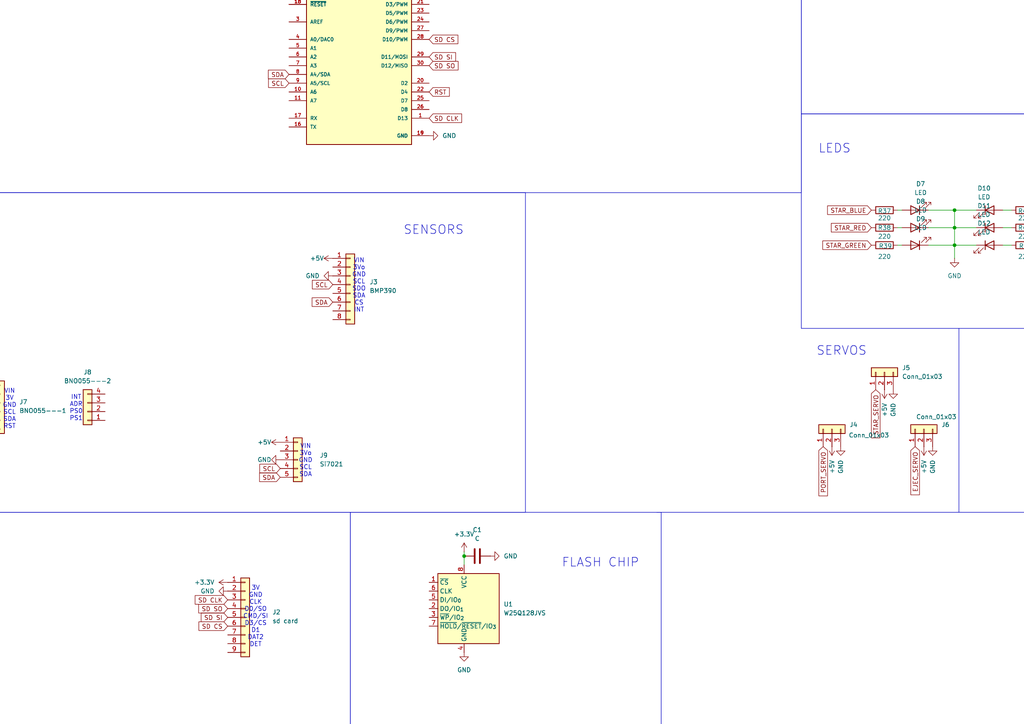
<source format=kicad_sch>
(kicad_sch (version 20250114) (generator "eeschema") (generator_version "9.0")
  (paper "A4")
  (lib_symbols
    (symbol "ABX00028:ABX00028" (pin_names (offset 1.016))
      (property "Reference" "U" (at -15.24 26.289 0))
      (property "Value" "ABX00028" (at -15.24 -30.48 0))
      (symbol "ABX00028_0_0"
        (rectangle (start -15.24 -27.94) (end 15.24 25.4) (stroke (width 0.254)) (fill (type background)))
        (pin input line (at -20.32 12.7 0) (length 5.08) (name "~{RESET}") (number "13"))
        (pin input line (at -20.32 12.7 0) (length 5.08) (name "~{RESET}") (number "18"))
        (pin bidirectional line (at -20.32 7.62 0) (length 5.08) (name "AREF") (number "3"))
        (pin bidirectional line (at -20.32 2.54 0) (length 5.08) (name "A0/DAC0") (number "4"))
        (pin bidirectional line (at -20.32 0 0) (length 5.08) (name "A1") (number "5"))
        (pin bidirectional line (at -20.32 -2.54 0) (length 5.08) (name "A2") (number "6"))
        (pin bidirectional line (at -20.32 -5.08 0) (length 5.08) (name "A3") (number "7"))
        (pin bidirectional line (at -20.32 -7.62 0) (length 5.08) (name "A4/SDA") (number "8"))
        (pin bidirectional line (at -20.32 -10.16 0) (length 5.08) (name "A5/SCL") (number "9"))
        (pin bidirectional line (at -20.32 -12.7 0) (length 5.08) (name "A6") (number "10"))
        (pin bidirectional line (at -20.32 -15.24 0) (length 5.08) (name "A7") (number "11"))
        (pin bidirectional line (at -20.32 -20.32 0) (length 5.08) (name "RX") (number "17"))
        (pin bidirectional line (at -20.32 -22.86 0) (length 5.08) (name "TX") (number "16"))
        (pin power_in line (at 20.32 22.86 180) (length 5.08) (name "VIN") (number "15"))
        (pin power_in line (at 20.32 20.32 180) (length 5.08) (name "+3V3") (number "2"))
        (pin power_in line (at 20.32 17.78 180) (length 5.08) (name "+5V") (number "12"))
        (pin bidirectional line (at 20.32 12.7 180) (length 5.08) (name "D3/PWM") (number "21"))
        (pin bidirectional line (at 20.32 10.16 180) (length 5.08) (name "D5/PWM") (number "23"))
        (pin bidirectional line (at 20.32 7.62 180) (length 5.08) (name "D6/PWM") (number "24"))
        (pin bidirectional line (at 20.32 5.08 180) (length 5.08) (name "D9/PWM") (number "27"))
        (pin bidirectional line (at 20.32 2.54 180) (length 5.08) (name "D10/PWM") (number "28"))
        (pin bidirectional line (at 20.32 -2.54 180) (length 5.08) (name "D11/MOSI") (number "29"))
        (pin bidirectional line (at 20.32 -5.08 180) (length 5.08) (name "D12/MISO") (number "30"))
        (pin bidirectional line (at 20.32 -10.16 180) (length 5.08) (name "D2") (number "20"))
        (pin bidirectional line (at 20.32 -12.7 180) (length 5.08) (name "D4") (number "22"))
        (pin bidirectional line (at 20.32 -15.24 180) (length 5.08) (name "D7") (number "25"))
        (pin bidirectional line (at 20.32 -17.78 180) (length 5.08) (name "D8") (number "26"))
        (pin bidirectional line (at 20.32 -20.32 180) (length 5.08) (name "D13") (number "1"))
        (pin power_in line (at 20.32 -25.4 180) (length 5.08) (name "GND") (number "14"))
        (pin power_in line (at 20.32 -25.4 180) (length 5.08) (name "GND") (number "19"))
      )
    )
    (symbol "Connector_Generic:Conn_01x02" (pin_names (offset 1.016) (hide yes))
      (property "Reference" "J" (at 0 2.54 0))
      (property "Value" "Conn_01x02" (at 0 -5.08 0))
      (symbol "Conn_01x02_1_1"
        (rectangle (start -1.27 1.27) (end 1.27 -3.81) (stroke (width 0.254)) (fill (type background)))
        (rectangle (start -1.27 0.127) (end 0 -0.127) (stroke (width 0.1524)))
        (rectangle (start -1.27 -2.413) (end 0 -2.667) (stroke (width 0.1524)))
        (pin passive line (at -5.08 0 0) (length 3.81) (name "Pin_1") (number "1"))
        (pin passive line (at -5.08 -2.54 0) (length 3.81) (name "Pin_2") (number "2"))
      )
    )
    (symbol "Connector_Generic:Conn_01x03" (pin_names (offset 1.016) (hide yes))
      (property "Reference" "J" (at 0 5.08 0))
      (property "Value" "Conn_01x03" (at 0 -5.08 0))
      (symbol "Conn_01x03_1_1"
        (rectangle (start -1.27 3.81) (end 1.27 -3.81) (stroke (width 0.254)) (fill (type background)))
        (rectangle (start -1.27 2.667) (end 0 2.413) (stroke (width 0.1524)))
        (rectangle (start -1.27 0.127) (end 0 -0.127) (stroke (width 0.1524)))
        (rectangle (start -1.27 -2.413) (end 0 -2.667) (stroke (width 0.1524)))
        (pin passive line (at -5.08 2.54 0) (length 3.81) (name "Pin_1") (number "1"))
        (pin passive line (at -5.08 0 0) (length 3.81) (name "Pin_2") (number "2"))
        (pin passive line (at -5.08 -2.54 0) (length 3.81) (name "Pin_3") (number "3"))
      )
    )
    (symbol "Connector_Generic:Conn_01x04" (pin_names (offset 1.016) (hide yes))
      (property "Reference" "J" (at 0 5.08 0))
      (property "Value" "Conn_01x04" (at 0 -7.62 0))
      (symbol "Conn_01x04_1_1"
        (rectangle (start -1.27 3.81) (end 1.27 -6.35) (stroke (width 0.254)) (fill (type background)))
        (rectangle (start -1.27 2.667) (end 0 2.413) (stroke (width 0.1524)))
        (rectangle (start -1.27 0.127) (end 0 -0.127) (stroke (width 0.1524)))
        (rectangle (start -1.27 -2.413) (end 0 -2.667) (stroke (width 0.1524)))
        (rectangle (start -1.27 -4.953) (end 0 -5.207) (stroke (width 0.1524)))
        (pin passive line (at -5.08 2.54 0) (length 3.81) (name "Pin_1") (number "1"))
        (pin passive line (at -5.08 0 0) (length 3.81) (name "Pin_2") (number "2"))
        (pin passive line (at -5.08 -2.54 0) (length 3.81) (name "Pin_3") (number "3"))
        (pin passive line (at -5.08 -5.08 0) (length 3.81) (name "Pin_4") (number "4"))
      )
    )
    (symbol "Connector_Generic:Conn_01x05" (pin_names (offset 1.016) (hide yes))
      (property "Reference" "J" (at 0 7.62 0))
      (property "Value" "Conn_01x05" (at 0 -7.62 0))
      (symbol "Conn_01x05_1_1"
        (rectangle (start -1.27 6.35) (end 1.27 -6.35) (stroke (width 0.254)) (fill (type background)))
        (rectangle (start -1.27 5.207) (end 0 4.953) (stroke (width 0.1524)))
        (rectangle (start -1.27 2.667) (end 0 2.413) (stroke (width 0.1524)))
        (rectangle (start -1.27 0.127) (end 0 -0.127) (stroke (width 0.1524)))
        (rectangle (start -1.27 -2.413) (end 0 -2.667) (stroke (width 0.1524)))
        (rectangle (start -1.27 -4.953) (end 0 -5.207) (stroke (width 0.1524)))
        (pin passive line (at -5.08 5.08 0) (length 3.81) (name "Pin_1") (number "1"))
        (pin passive line (at -5.08 2.54 0) (length 3.81) (name "Pin_2") (number "2"))
        (pin passive line (at -5.08 0 0) (length 3.81) (name "Pin_3") (number "3"))
        (pin passive line (at -5.08 -2.54 0) (length 3.81) (name "Pin_4") (number "4"))
        (pin passive line (at -5.08 -5.08 0) (length 3.81) (name "Pin_5") (number "5"))
      )
    )
    (symbol "Connector_Generic:Conn_01x06" (pin_names (offset 1.016) (hide yes))
      (property "Reference" "J" (at 0 7.62 0))
      (property "Value" "Conn_01x06" (at 0 -10.16 0))
      (symbol "Conn_01x06_1_1"
        (rectangle (start -1.27 6.35) (end 1.27 -8.89) (stroke (width 0.254)) (fill (type background)))
        (rectangle (start -1.27 5.207) (end 0 4.953) (stroke (width 0.1524)))
        (rectangle (start -1.27 2.667) (end 0 2.413) (stroke (width 0.1524)))
        (rectangle (start -1.27 0.127) (end 0 -0.127) (stroke (width 0.1524)))
        (rectangle (start -1.27 -2.413) (end 0 -2.667) (stroke (width 0.1524)))
        (rectangle (start -1.27 -4.953) (end 0 -5.207) (stroke (width 0.1524)))
        (rectangle (start -1.27 -7.493) (end 0 -7.747) (stroke (width 0.1524)))
        (pin passive line (at -5.08 5.08 0) (length 3.81) (name "Pin_1") (number "1"))
        (pin passive line (at -5.08 2.54 0) (length 3.81) (name "Pin_2") (number "2"))
        (pin passive line (at -5.08 0 0) (length 3.81) (name "Pin_3") (number "3"))
        (pin passive line (at -5.08 -2.54 0) (length 3.81) (name "Pin_4") (number "4"))
        (pin passive line (at -5.08 -5.08 0) (length 3.81) (name "Pin_5") (number "5"))
        (pin passive line (at -5.08 -7.62 0) (length 3.81) (name "Pin_6") (number "6"))
      )
    )
    (symbol "Connector_Generic:Conn_01x08" (pin_names (offset 1.016) (hide yes))
      (property "Reference" "J" (at 0 10.16 0))
      (property "Value" "Conn_01x08" (at 0 -12.7 0))
      (symbol "Conn_01x08_1_1"
        (rectangle (start -1.27 8.89) (end 1.27 -11.43) (stroke (width 0.254)) (fill (type background)))
        (rectangle (start -1.27 7.747) (end 0 7.493) (stroke (width 0.1524)))
        (rectangle (start -1.27 5.207) (end 0 4.953) (stroke (width 0.1524)))
        (rectangle (start -1.27 2.667) (end 0 2.413) (stroke (width 0.1524)))
        (rectangle (start -1.27 0.127) (end 0 -0.127) (stroke (width 0.1524)))
        (rectangle (start -1.27 -2.413) (end 0 -2.667) (stroke (width 0.1524)))
        (rectangle (start -1.27 -4.953) (end 0 -5.207) (stroke (width 0.1524)))
        (rectangle (start -1.27 -7.493) (end 0 -7.747) (stroke (width 0.1524)))
        (rectangle (start -1.27 -10.033) (end 0 -10.287) (stroke (width 0.1524)))
        (pin passive line (at -5.08 7.62 0) (length 3.81) (name "Pin_1") (number "1"))
        (pin passive line (at -5.08 5.08 0) (length 3.81) (name "Pin_2") (number "2"))
        (pin passive line (at -5.08 2.54 0) (length 3.81) (name "Pin_3") (number "3"))
        (pin passive line (at -5.08 0 0) (length 3.81) (name "Pin_4") (number "4"))
        (pin passive line (at -5.08 -2.54 0) (length 3.81) (name "Pin_5") (number "5"))
        (pin passive line (at -5.08 -5.08 0) (length 3.81) (name "Pin_6") (number "6"))
        (pin passive line (at -5.08 -7.62 0) (length 3.81) (name "Pin_7") (number "7"))
        (pin passive line (at -5.08 -10.16 0) (length 3.81) (name "Pin_8") (number "8"))
      )
    )
    (symbol "Connector_Generic:Conn_01x09" (pin_names (offset 1.016) (hide yes))
      (property "Reference" "J" (at 0 12.7 0))
      (property "Value" "Conn_01x09" (at 0 -12.7 0))
      (symbol "Conn_01x09_1_1"
        (rectangle (start -1.27 11.43) (end 1.27 -11.43) (stroke (width 0.254)) (fill (type background)))
        (rectangle (start -1.27 10.287) (end 0 10.033) (stroke (width 0.1524)))
        (rectangle (start -1.27 7.747) (end 0 7.493) (stroke (width 0.1524)))
        (rectangle (start -1.27 5.207) (end 0 4.953) (stroke (width 0.1524)))
        (rectangle (start -1.27 2.667) (end 0 2.413) (stroke (width 0.1524)))
        (rectangle (start -1.27 0.127) (end 0 -0.127) (stroke (width 0.1524)))
        (rectangle (start -1.27 -2.413) (end 0 -2.667) (stroke (width 0.1524)))
        (rectangle (start -1.27 -4.953) (end 0 -5.207) (stroke (width 0.1524)))
        (rectangle (start -1.27 -7.493) (end 0 -7.747) (stroke (width 0.1524)))
        (rectangle (start -1.27 -10.033) (end 0 -10.287) (stroke (width 0.1524)))
        (pin passive line (at -5.08 10.16 0) (length 3.81) (name "Pin_1") (number "1"))
        (pin passive line (at -5.08 7.62 0) (length 3.81) (name "Pin_2") (number "2"))
        (pin passive line (at -5.08 5.08 0) (length 3.81) (name "Pin_3") (number "3"))
        (pin passive line (at -5.08 2.54 0) (length 3.81) (name "Pin_4") (number "4"))
        (pin passive line (at -5.08 0 0) (length 3.81) (name "Pin_5") (number "5"))
        (pin passive line (at -5.08 -2.54 0) (length 3.81) (name "Pin_6") (number "6"))
        (pin passive line (at -5.08 -5.08 0) (length 3.81) (name "Pin_7") (number "7"))
        (pin passive line (at -5.08 -7.62 0) (length 3.81) (name "Pin_8") (number "8"))
        (pin passive line (at -5.08 -10.16 0) (length 3.81) (name "Pin_9") (number "9"))
      )
    )
    (symbol "Device:Buzzer" (pin_names (offset 0.0254) (hide yes))
      (property "Reference" "BZ" (at 3.81 1.27 0))
      (property "Value" "Buzzer" (at 3.81 -1.27 0))
      (symbol "Buzzer_0_1"
        (polyline (pts (xy -1.651 1.905) (xy -1.143 1.905)))
        (polyline (pts (xy -1.397 2.159) (xy -1.397 1.651)))
        (arc (start 0 3.175) (mid 3.1612 0) (end 0 -3.175))
        (polyline (pts (xy 0 3.175) (xy 0 -3.175)))
      )
      (symbol "Buzzer_1_1"
        (pin passive line (at -2.54 2.54 0) (length 2.54) (name "+") (number "1"))
        (pin passive line (at -2.54 -2.54 0) (length 2.54) (name "-") (number "2"))
      )
    )
    (symbol "Device:C" (pin_numbers (hide yes)) (pin_names (offset 0.254))
      (property "Reference" "C" (at 0.635 2.54 0))
      (property "Value" "C" (at 0.635 -2.54 0))
      (symbol "C_0_1"
        (polyline (pts (xy -2.032 0.762) (xy 2.032 0.762)) (stroke (width 0.508)))
        (polyline (pts (xy -2.032 -0.762) (xy 2.032 -0.762)) (stroke (width 0.508)))
      )
      (symbol "C_1_1"
        (pin passive line (at 0 3.81 270) (length 2.794) (name "~") (number "1"))
        (pin passive line (at 0 -3.81 90) (length 2.794) (name "~") (number "2"))
      )
    )
    (symbol "Device:LED" (pin_numbers (hide yes)) (pin_names (offset 1.016) (hide yes))
      (property "Reference" "D" (at 0 2.54 0))
      (property "Value" "LED" (at 0 -2.54 0))
      (symbol "LED_0_1"
        (polyline (pts (xy -3.048 -0.762) (xy -4.572 -2.286) (xy -3.81 -2.286) (xy -4.572 -2.286) (xy -4.572 -1.524)))
        (polyline (pts (xy -1.778 -0.762) (xy -3.302 -2.286) (xy -2.54 -2.286) (xy -3.302 -2.286) (xy -3.302 -1.524)))
        (polyline (pts (xy -1.27 0) (xy 1.27 0)))
        (polyline (pts (xy -1.27 -1.27) (xy -1.27 1.27)) (stroke (width 0.254)))
        (polyline (pts (xy 1.27 -1.27) (xy 1.27 1.27) (xy -1.27 0) (xy 1.27 -1.27)) (stroke (width 0.254)))
      )
      (symbol "LED_1_1"
        (pin passive line (at -3.81 0 0) (length 2.54) (name "K") (number "1"))
        (pin passive line (at 3.81 0 180) (length 2.54) (name "A") (number "2"))
      )
    )
    (symbol "Device:R" (pin_numbers (hide yes)) (pin_names (offset 0))
      (property "Reference" "R" (at 2.032 0 90))
      (property "Value" "R" (at 0 0 90))
      (symbol "R_0_1"
        (rectangle (start -1.016 -2.54) (end 1.016 2.54) (stroke (width 0.254)))
      )
      (symbol "R_1_1"
        (pin passive line (at 0 3.81 270) (length 1.27) (name "~") (number "1"))
        (pin passive line (at 0 -3.81 90) (length 1.27) (name "~") (number "2"))
      )
    )
    (symbol "Memory_Flash:W25Q128JVS"
      (property "Reference" "U" (at -6.35 11.43 0))
      (property "Value" "W25Q128JVS" (at 7.62 11.43 0))
      (symbol "W25Q128JVS_0_1"
        (rectangle (start -7.62 10.16) (end 10.16 -10.16) (stroke (width 0.254)) (fill (type background)))
      )
      (symbol "W25Q128JVS_1_1"
        (pin input line (at -10.16 7.62 0) (length 2.54) (name "~{CS}") (number "1"))
        (pin input line (at -10.16 5.08 0) (length 2.54) (name "CLK") (number "6"))
        (pin bidirectional line (at -10.16 2.54 0) (length 2.54) (name "DI/IO_{0}") (number "5"))
        (pin bidirectional line (at -10.16 0 0) (length 2.54) (name "DO/IO_{1}") (number "2"))
        (pin bidirectional line (at -10.16 -2.54 0) (length 2.54) (name "~{WP}/IO_{2}") (number "3"))
        (pin bidirectional line (at -10.16 -5.08 0) (length 2.54) (name "~{HOLD}/~{RESET}/IO_{3}") (number "7"))
        (pin power_in line (at 0 12.7 270) (length 2.54) (name "VCC") (number "8"))
        (pin power_in line (at 0 -12.7 90) (length 2.54) (name "GND") (number "4"))
      )
    )
    (symbol "Transistor_FET:BSS138" (pin_names (hide yes))
      (property "Reference" "Q" (at 5.08 1.905 0))
      (property "Value" "BSS138" (at 5.08 0 0))
      (symbol "BSS138_0_1"
        (polyline (pts (xy 0.254 1.905) (xy 0.254 -1.905)) (stroke (width 0.254)))
        (polyline (pts (xy 0.254 0) (xy -2.54 0)))
        (polyline (pts (xy 0.762 2.286) (xy 0.762 1.27)) (stroke (width 0.254)))
        (polyline (pts (xy 0.762 0.508) (xy 0.762 -0.508)) (stroke (width 0.254)))
        (polyline (pts (xy 0.762 -1.27) (xy 0.762 -2.286)) (stroke (width 0.254)))
        (polyline (pts (xy 0.762 -1.778) (xy 3.302 -1.778) (xy 3.302 1.778) (xy 0.762 1.778)))
        (polyline (pts (xy 1.016 0) (xy 2.032 0.381) (xy 2.032 -0.381) (xy 1.016 0)) (fill (type outline)))
        (circle (center 1.651 0) (radius 2.794) (stroke (width 0.254)))
        (polyline (pts (xy 2.54 2.54) (xy 2.54 1.778)))
        (circle (center 2.54 1.778) (radius 0.254) (fill (type outline)))
        (circle (center 2.54 -1.778) (radius 0.254) (fill (type outline)))
        (polyline (pts (xy 2.54 -2.54) (xy 2.54 0) (xy 0.762 0)))
        (polyline (pts (xy 2.794 0.508) (xy 2.921 0.381) (xy 3.683 0.381) (xy 3.81 0.254)))
        (polyline (pts (xy 3.302 0.381) (xy 2.921 -0.254) (xy 3.683 -0.254) (xy 3.302 0.381)))
      )
      (symbol "BSS138_1_1"
        (pin input line (at -5.08 0 0) (length 2.54) (name "G") (number "1"))
        (pin passive line (at 2.54 5.08 270) (length 2.54) (name "D") (number "3"))
        (pin passive line (at 2.54 -5.08 90) (length 2.54) (name "S") (number "2"))
      )
    )
    (symbol "power:+3.3V" (power) (pin_numbers (hide yes)) (pin_names (offset 0) (hide yes))
      (property "Value" "+3.3V" (at 0 3.556 0))
      (symbol "+3.3V_0_1"
        (polyline (pts (xy -0.762 1.27) (xy 0 2.54)))
        (polyline (pts (xy 0 2.54) (xy 0.762 1.27)))
        (polyline (pts (xy 0 0) (xy 0 2.54)))
      )
      (symbol "+3.3V_1_1"
        (pin power_in line (at 0 0 90) (length 0) (name "~") (number "1"))
      )
    )
    (symbol "power:+5V" (power) (pin_numbers (hide yes)) (pin_names (offset 0) (hide yes))
      (property "Value" "+5V" (at 0 3.556 0))
      (symbol "+5V_0_1"
        (polyline (pts (xy -0.762 1.27) (xy 0 2.54)))
        (polyline (pts (xy 0 2.54) (xy 0.762 1.27)))
        (polyline (pts (xy 0 0) (xy 0 2.54)))
      )
      (symbol "+5V_1_1"
        (pin power_in line (at 0 0 90) (length 0) (name "~") (number "1"))
      )
    )
    (symbol "power:GND" (power) (pin_numbers (hide yes)) (pin_names (offset 0) (hide yes))
      (property "Value" "GND" (at 0 -3.81 0))
      (symbol "GND_0_1"
        (polyline (pts (xy 0 0) (xy 0 -1.27) (xy 1.27 -1.27) (xy 0 -2.54) (xy -1.27 -1.27) (xy 0 -1.27)))
      )
      (symbol "GND_1_1"
        (pin power_in line (at 0 0 270) (length 0) (name "~") (number "1"))
      )
    )
  )
  (rectangle (start -24.765 -31.115) (end 232.41 55.88))
  (rectangle (start 232.41 -30.48) (end 381.635 33.02))
  (rectangle (start 101.6 148.59) (end 191.77 222.25))
  (rectangle (start 232.41 33.02) (end 323.85 95.25))
  (rectangle (start -24.13 55.88) (end 152.4 148.59))
  (rectangle (start -24.13 148.59) (end 101.6 222.885))
  (text "SENSORS " (at 126.746 66.802 0) (effects (font (size 2.54 2.54))))
  (text "VIN\n3Vo\nGND\nSCL\nSDA" (at 88.646 133.604 0) (effects (font (size 1.27 1.27))))
  (text "BUZZER\n" (at 334.518 43.942 0) (effects (font (size 2.54 2.54))))
  (text "SERVOS\n" (at 244.094 101.854 0) (effects (font (size 2.54 2.54))))
  (text "3V\nGND\nCLK\nD0/SO\nCMD/SI\nD3/CS\nD1\nDAT2\nDET" (at 74.168 178.816 0) (effects (font (size 1.27 1.27))))
  (text "FLASH CHIP\n" (at 174.1747 163.2633 0) (effects (font (size 2.54 2.54))))
  (text "VIN\n3V\nGND\nSCL\nSDA\nRST" (at 2.794 118.618 0) (effects (font (size 1.27 1.27))))
  (text "VIN\n3Vo\nGND\nSCL\nSDO\nSDA\nCS\nINT" (at 104.14 82.804 0) (effects (font (size 1.27 1.27))))
  (text "INT\nADR\nPS0\nPS1" (at 22.098 118.364 0) (effects (font (size 1.27 1.27))))
  (text "LEDS\n" (at 242.062 43.18 0) (effects (font (size 2.54 2.54))))
  (junction (at 345.44 58.42))
  (junction (at 276.86 71.12))
  (junction (at 276.86 60.96))
  (junction (at 276.86 66.04))
  (junction (at 134.62 161.29))
  (junction (at 133.35 -3.81))
  (wire (pts (xy 260.35 66.04) (xy 261.62 66.04)))
  (wire (pts (xy 345.44 68.58) (xy 345.44 72.39)))
  (wire (pts (xy 290.83 66.04) (xy 293.37 66.04)))
  (wire (pts (xy 269.24 60.96) (xy 276.86 60.96)))
  (wire (pts (xy 133.35 -20.32) (xy 133.35 -3.81)))
  (wire (pts (xy 345.44 58.42) (xy 345.44 60.96)))
  (wire (pts (xy 349.25 53.34) (xy 349.25 54.61)))
  (wire (pts (xy 260.35 60.96) (xy 261.62 60.96)))
  (wire (pts (xy 124.46 -3.81) (xy 133.35 -3.81)))
  (wire (pts (xy 276.86 60.96) (xy 283.21 60.96)))
  (wire (pts (xy 134.62 161.29) (xy 134.62 163.83)))
  (polyline (pts (xy 190.5 148.59) (xy 382.27 148.59)))
  (wire (pts (xy 269.24 71.12) (xy 276.86 71.12)))
  (wire (pts (xy 269.24 66.04) (xy 276.86 66.04)))
  (wire (pts (xy 260.35 71.12) (xy 261.62 71.12)))
  (wire (pts (xy 342.9 58.42) (xy 345.44 58.42)))
  (wire (pts (xy 276.86 74.93) (xy 276.86 71.12)))
  (wire (pts (xy 290.83 60.96) (xy 293.37 60.96)))
  (wire (pts (xy 290.83 71.12) (xy 293.37 71.12)))
  (polyline (pts (xy 278.13 148.59) (xy 278.13 95.25)))
  (wire (pts (xy 276.86 71.12) (xy 276.86 66.04)))
  (wire (pts (xy 276.86 71.12) (xy 283.21 71.12)))
  (wire (pts (xy 276.86 66.04) (xy 276.86 60.96)))
  (wire (pts (xy 345.44 58.42) (xy 346.71 58.42)))
  (wire (pts (xy 276.86 66.04) (xy 283.21 66.04)))
  (wire (pts (xy 134.62 160.02) (xy 134.62 161.29)))
  (global_label "EJEC_SERVO" (shape input) (at 265.43 129.54 270) (property "Intersheetrefs" "${INTERSHEET_REFS}" (effects (hide yes))))
  (global_label "SDA" (shape input) (at 81.28 138.43 180) (property "Intersheetrefs" "${INTERSHEET_REFS}" (effects (hide yes))))
  (global_label "BUZZER" (shape input) (at 342.9 58.42 180) (property "Intersheetrefs" "${INTERSHEET_REFS}" (effects (hide yes))))
  (global_label "SD SI" (shape input) (at 124.46 16.51 0) (property "Intersheetrefs" "${INTERSHEET_REFS}" (effects (hide yes))))
  (global_label "SDA" (shape input) (at 96.52 87.63 180) (property "Intersheetrefs" "${INTERSHEET_REFS}" (effects (hide yes))))
  (global_label "SD CLK" (shape input) (at 124.46 34.29 0) (property "Intersheetrefs" "${INTERSHEET_REFS}" (effects (hide yes))))
  (global_label "STAR_BLUE" (shape input) (at 252.73 60.96 180) (property "Intersheetrefs" "${INTERSHEET_REFS}" (effects (hide yes))))
  (global_label "SCL" (shape input) (at -5.08 119.38 180) (property "Intersheetrefs" "${INTERSHEET_REFS}" (effects (hide yes))))
  (global_label "SDA" (shape input) (at 83.82 21.59 180) (property "Intersheetrefs" "${INTERSHEET_REFS}" (effects (hide yes))))
  (global_label "SCL" (shape input) (at 83.82 24.13 180) (property "Intersheetrefs" "${INTERSHEET_REFS}" (effects (hide yes))))
  (global_label "PORT_BLUE" (shape input) (at 300.99 60.96 0) (property "Intersheetrefs" "${INTERSHEET_REFS}" (effects (hide yes))))
  (global_label "RST" (shape input) (at 124.46 26.67 0) (property "Intersheetrefs" "${INTERSHEET_REFS}" (effects (hide yes))))
  (global_label "SD CS" (shape input) (at 124.46 11.43 0) (property "Intersheetrefs" "${INTERSHEET_REFS}" (effects (hide yes))))
  (global_label "SD SO" (shape input) (at 124.46 19.05 0) (property "Intersheetrefs" "${INTERSHEET_REFS}" (effects (hide yes))))
  (global_label "SD SI" (shape input) (at 66.04 179.07 180) (property "Intersheetrefs" "${INTERSHEET_REFS}" (effects (hide yes))))
  (global_label "SCL" (shape input) (at 96.52 82.55 180) (property "Intersheetrefs" "${INTERSHEET_REFS}" (effects (hide yes))))
  (global_label "SD SO" (shape input) (at 66.04 176.53 180) (property "Intersheetrefs" "${INTERSHEET_REFS}" (effects (hide yes))))
  (global_label "SD CS" (shape input) (at 66.04 181.61 180) (property "Intersheetrefs" "${INTERSHEET_REFS}" (effects (hide yes))))
  (global_label "RST" (shape input) (at -5.08 124.46 180) (property "Intersheetrefs" "${INTERSHEET_REFS}" (effects (hide yes))))
  (global_label "SCL" (shape input) (at 81.28 135.89 180) (property "Intersheetrefs" "${INTERSHEET_REFS}" (effects (hide yes))))
  (global_label "STAR_SERVO" (shape input) (at 254 113.03 270) (property "Intersheetrefs" "${INTERSHEET_REFS}" (effects (hide yes))))
  (global_label "PORT_SERVO" (shape input) (at 238.76 129.54 270) (property "Intersheetrefs" "${INTERSHEET_REFS}" (effects (hide yes))))
  (global_label "SD CLK" (shape input) (at 66.04 173.99 180) (property "Intersheetrefs" "${INTERSHEET_REFS}" (effects (hide yes))))
  (global_label "PORT_GREEN" (shape input) (at 300.99 71.12 0) (property "Intersheetrefs" "${INTERSHEET_REFS}" (effects (hide yes))))
  (global_label "PORT_RED" (shape input) (at 300.99 66.04 0) (property "Intersheetrefs" "${INTERSHEET_REFS}" (effects (hide yes))))
  (global_label "STAR_RED" (shape input) (at 252.73 66.04 180) (property "Intersheetrefs" "${INTERSHEET_REFS}" (effects (hide yes))))
  (global_label "SDA" (shape input) (at -5.08 121.92 180) (property "Intersheetrefs" "${INTERSHEET_REFS}" (effects (hide yes))))
  (global_label "STAR_GREEN" (shape input) (at 252.73 71.12 180) (property "Intersheetrefs" "${INTERSHEET_REFS}" (effects (hide yes))))
  (symbol (lib_id "power:GND") (at 81.28 133.35 270) (unit 1)
    (property "Reference" "#PWR09" (effects (hide yes)))
    (property "Value" "GND" (at 78.74 133.3499 90) (effects (justify right)))
    (property "Description" "Power symbol creates a global label with name \"GND\" , ground" (effects (hide yes)))
  )
  (symbol (lib_id "power:GND") (at 354.33 63.5 0) (unit 1)
    (property "Reference" "#PWR070" (effects (hide yes)))
    (property "Value" "GND" (at 354.33 68.58 0))
    (property "Description" "Power symbol creates a global label with name \"GND\" , ground" (effects (hide yes)))
  )
  (symbol (lib_id "power:+3.3V") (at 134.62 160.02 0) (unit 1)
    (property "Reference" "#PWR012" (effects (hide yes)))
    (property "Value" "+3.3V" (at 134.62 154.94 0))
    (property "Description" "Power symbol creates a global label with name \"+3.3V\"" (effects (hide yes)))
  )
  (symbol (lib_id "Device:LED") (at 287.02 66.04 0) (unit 1)
    (property "Reference" "D11" (at 285.4325 59.69 0))
    (property "Value" "LED" (at 285.4325 62.23 0))
    (property "Description" "Light emitting diode" (effects (hide yes)))
    (property "Sim.Pins" "1=K 2=A" (effects (hide yes)))
  )
  (symbol (lib_id "power:+3.3V") (at 124.46 -6.35 270) (unit 1)
    (property "Reference" "#PWR0174" (effects (hide yes)))
    (property "Value" "+3.3V" (at 128.524 -4.572 0))
    (property "Description" "Power symbol creates a global label with name \"+3.3V\"" (effects (hide yes)))
  )
  (symbol (lib_id "power:GND") (at 270.51 129.54 0) (unit 1)
    (property "Reference" "#PWR0117" (effects (hide yes)))
    (property "Value" "GND" (at 270.5101 133.35 90) (effects (justify right)))
    (property "Description" "Power symbol creates a global label with name \"GND\" , ground" (effects (hide yes)))
  )
  (symbol (lib_id "power:GND") (at 66.04 171.45 270) (unit 1)
    (property "Reference" "#PWR010" (effects (hide yes)))
    (property "Value" "GND" (at 62.23 171.4499 90) (effects (justify right)))
    (property "Description" "Power symbol creates a global label with name \"GND\" , ground" (effects (hide yes)))
  )
  (symbol (lib_id "power:+3.3V") (at 349.25 54.61 90) (unit 1)
    (property "Reference" "#PWR02" (effects (hide yes)))
    (property "Value" "+3.3V" (at 345.44 54.6099 90) (effects (justify left)))
    (property "Description" "Power symbol creates a global label with name \"+3.3V\"" (effects (hide yes)))
  )
  (symbol (lib_id "Device:Buzzer") (at 351.79 50.8 90) (unit 1)
    (property "Reference" "BZ1" (at 355.6 48.7748 90) (effects (justify right)))
    (property "Value" "Buzzer" (at 355.6 51.3148 90) (effects (justify right)))
    (property "Footprint" "Buzzer_Beeper:MagneticBuzzer_Kingstate_KCG0601" (effects (hide yes)))
    (property "Description" "Buzzer, polarized" (effects (hide yes)))
  )
  (symbol (lib_id "power:GND") (at -5.08 116.84 270) (unit 1)
    (property "Reference" "#PWR05" (effects (hide yes)))
    (property "Value" "GND" (at -7.62 116.8399 90) (effects (justify right)))
    (property "Description" "Power symbol creates a global label with name \"GND\" , ground" (effects (hide yes)))
  )
  (symbol (lib_id "power:GND") (at 135.89 -20.32 0) (unit 1)
    (property "Reference" "#PWR01" (effects (hide yes)))
    (property "Value" "GND" (at 135.89 -13.97 0))
    (property "Description" "Power symbol creates a global label with name \"GND\" , ground" (effects (hide yes)))
  )
  (symbol (lib_id "Device:R") (at 345.44 64.77 0) (unit 1)
    (property "Reference" "R34" (at 347.98 63.4999 0) (effects (justify left)))
    (property "Value" "2k2" (at 347.98 66.0399 0) (effects (justify left)))
    (property "Footprint" "Resistor_SMD:R_0402_1005Metric" (effects (hide yes)))
    (property "Description" "Resistor" (effects (hide yes)))
  )
  (symbol (lib_id "Device:R") (at 256.54 71.12 90) (unit 1)
    (property "Reference" "R39" (at 256.794 71.374 90))
    (property "Value" "220" (at 256.54 74.422 90))
    (property "Footprint" "Resistor_SMD:R_0402_1005Metric" (effects (hide yes)))
    (property "Description" "Resistor" (effects (hide yes)))
  )
  (symbol (lib_id "Device:LED") (at 287.02 60.96 0) (unit 1)
    (property "Reference" "D10" (at 285.4325 54.61 0))
    (property "Value" "LED" (at 285.4325 57.15 0))
    (property "Description" "Light emitting diode" (effects (hide yes)))
    (property "Sim.Pins" "1=K 2=A" (effects (hide yes)))
  )
  (symbol (lib_id "Device:LED") (at 265.43 60.96 180) (unit 1)
    (property "Reference" "D7" (at 267.0175 53.34 0))
    (property "Value" "LED" (at 267.0175 55.88 0))
    (property "Description" "Light emitting diode" (effects (hide yes)))
    (property "Sim.Pins" "1=K 2=A" (effects (hide yes)))
  )
  (symbol (lib_id "Connector_Generic:Conn_01x08") (at 101.6 82.55 0) (unit 1)
    (property "Reference" "J3" (at 107.188 81.788 0) (effects (justify left)))
    (property "Value" "BMP390" (at 107.188 84.328 0) (effects (justify left)))
    (property "Description" "Generic connector, single row, 01x08, script generated (kicad-library-utils/schlib/autogen/connector/)" (effects (hide yes)))
  )
  (symbol (lib_id "Device:R") (at 297.18 60.96 90) (unit 1)
    (property "Reference" "R40" (at 297.18 61.214 90))
    (property "Value" "220" (at 297.18 63.246 90))
    (property "Footprint" "Resistor_SMD:R_0402_1005Metric" (effects (hide yes)))
    (property "Description" "Resistor" (effects (hide yes)))
  )
  (symbol (lib_id "power:+5V") (at 96.52 74.93 90) (unit 1)
    (property "Reference" "#PWR06" (effects (hide yes)))
    (property "Value" "+5V" (at 93.98 74.9299 90) (effects (justify left)))
    (property "Description" "Power symbol creates a global label with name \"+5V\"" (effects (hide yes)))
  )
  (symbol (lib_id "Connector_Generic:Conn_01x03") (at 256.54 107.95 90) (unit 1)
    (property "Reference" "J5" (at 261.62 106.6799 90) (effects (justify right)))
    (property "Value" "Conn_01x03" (at 261.62 109.2199 90) (effects (justify right)))
    (property "Footprint" "Connector_PinHeader_2.54mm:PinHeader_1x03_P2.54mm_Vertical" (effects (hide yes)))
    (property "Description" "Generic connector, single row, 01x03, script generated (kicad-library-utils/schlib/autogen/connector/)" (effects (hide yes)))
  )
  (symbol (lib_id "power:+5V") (at 256.54 113.03 180) (unit 1)
    (property "Reference" "#PWR0120" (effects (hide yes)))
    (property "Value" "+5V" (at 256.5401 116.84 90) (effects (justify left)))
    (property "Description" "Power symbol creates a global label with name \"+5V\"" (effects (hide yes)))
  )
  (symbol (lib_id "Connector_Generic:Conn_01x02") (at 133.35 -25.4 90) (unit 1)
    (property "Reference" "J1" (at 138.43 -26.6701 90) (effects (justify right)))
    (property "Value" "Conn_01x02" (at 138.43 -24.1301 90) (effects (justify right)))
    (property "Description" "Generic connector, single row, 01x02, script generated (kicad-library-utils/schlib/autogen/connector/)" (effects (hide yes)))
  )
  (symbol (lib_id "power:+5V") (at -5.08 111.76 90) (unit 1)
    (property "Reference" "#PWR04" (effects (hide yes)))
    (property "Value" "+5V" (at -7.62 111.7599 90) (effects (justify left)))
    (property "Description" "Power symbol creates a global label with name \"+5V\"" (effects (hide yes)))
  )
  (symbol (lib_id "power:GND") (at 124.46 39.37 90) (unit 1)
    (property "Reference" "#PWR0148" (effects (hide yes)))
    (property "Value" "GND" (at 128.27 39.3699 90) (effects (justify right)))
    (property "Description" "Power symbol creates a global label with name \"GND\" , ground" (effects (hide yes)))
  )
  (symbol (lib_id "Device:LED") (at 287.02 71.12 0) (unit 1)
    (property "Reference" "D12" (at 285.4325 64.77 0))
    (property "Value" "LED" (at 285.4325 67.31 0))
    (property "Description" "Light emitting diode" (effects (hide yes)))
    (property "Sim.Pins" "1=K 2=A" (effects (hide yes)))
  )
  (symbol (lib_id "Memory_Flash:W25Q128JVS") (at 134.62 176.53 0) (unit 1)
    (property "Reference" "U1" (at 146.05 175.2599 0) (effects (justify left)))
    (property "Value" "W25Q128JVS" (at 146.05 177.7999 0) (effects (justify left)))
    (property "Footprint" "Package_SO:SOIC-8_5.3x5.3mm_P1.27mm" (effects (hide yes)))
    (property "Datasheet" "https://www.winbond.com/resource-files/w25q128jv_dtr%20revc%2003272018%20plus.pdf" (effects (hide yes)))
    (property "Description" "128Mbit / 16MiB Serial Flash Memory, Standard/Dual/Quad SPI, 2.7-3.6V, SOIC-8" (effects (hide yes)))
  )
  (symbol (lib_id "Device:LED") (at 265.43 71.12 180) (unit 1)
    (property "Reference" "D9" (at 267.0175 63.5 0))
    (property "Value" "LED" (at 267.0175 66.04 0))
    (property "Description" "Light emitting diode" (effects (hide yes)))
    (property "Sim.Pins" "1=K 2=A" (effects (hide yes)))
  )
  (symbol (lib_id "Device:R") (at 256.54 66.04 90) (unit 1)
    (property "Reference" "R38" (at 256.54 66.04 90))
    (property "Value" "220" (at 256.54 68.58 90))
    (property "Footprint" "Resistor_SMD:R_0402_1005Metric" (effects (hide yes)))
    (property "Description" "Resistor" (effects (hide yes)))
  )
  (symbol (lib_id "Connector_Generic:Conn_01x06") (at 0 116.84 0) (unit 1)
    (property "Reference" "J7" (at 5.588 116.586 0) (effects (justify left)))
    (property "Value" "BNO055---1" (at 5.588 119.126 0) (effects (justify left)))
    (property "Description" "Generic connector, single row, 01x06, script generated (kicad-library-utils/schlib/autogen/connector/)" (effects (hide yes)))
  )
  (symbol (lib_id "Device:R") (at 297.18 71.12 90) (unit 1)
    (property "Reference" "R42" (at 297.434 71.374 90))
    (property "Value" "220" (at 297.18 74.422 90))
    (property "Footprint" "Resistor_SMD:R_0402_1005Metric" (effects (hide yes)))
    (property "Description" "Resistor" (effects (hide yes)))
  )
  (symbol (lib_id "power:GND") (at 276.86 74.93 0) (unit 1)
    (property "Reference" "#PWR0131" (effects (hide yes)))
    (property "Value" "GND" (at 276.86 80.01 0))
    (property "Description" "Power symbol creates a global label with name \"GND\" , ground" (effects (hide yes)))
  )
  (symbol (lib_id "Connector_Generic:Conn_01x03") (at 241.3 124.46 90) (unit 1)
    (property "Reference" "J4" (at 246.38 123.1899 90) (effects (justify right)))
    (property "Value" "Conn_01x03" (at 246.126 126.238 90) (effects (justify right)))
    (property "Footprint" "Connector_PinHeader_2.54mm:PinHeader_1x03_P2.54mm_Vertical" (effects (hide yes)))
    (property "Description" "Generic connector, single row, 01x03, script generated (kicad-library-utils/schlib/autogen/connector/)" (effects (hide yes)))
  )
  (symbol (lib_id "ABX00028:ABX00028") (at 104.14 13.97 0) (unit 1)
    (property "Reference" "U2" (at 104.14 -15.24 0))
    (property "Value" "ABX00028" (at 104.14 -12.7 0))
    (property "Footprint" "ABX00028:MODULE_ABX00028" (effects (hide yes)))
    (property "MF" "Arduino" (effects (hide yes)))
    (property "Description_1" "Arduino’s 5V compatible board in the smallest available form factor: 45x18mm!" (effects (hide yes)))
    (property "Package" "None" (effects (hide yes)))
    (property "Price" "None" (effects (hide yes)))
    (property "Check_prices" "https://www.snapeda.com/parts/Arduino%20Nano%20Every/Arduino/view-part/?ref=eda" (effects (hide yes)))
    (property "STANDARD" "Manufacturer Recommendations" (effects (hide yes)))
    (property "PARTREV" "6-11-19" (effects (hide yes)))
    (property "SnapEDA_Link" "https://www.snapeda.com/parts/Arduino%20Nano%20Every/Arduino/view-part/?ref=snap" (effects (hide yes)))
    (property "MP" "Arduino Nano Every" (effects (hide yes)))
    (property "Availability" "Not in stock" (effects (hide yes)))
    (property "MANUFACTURER" "Arduino" (effects (hide yes)))
  )
  (symbol (lib_id "power:GND") (at 259.08 113.03 0) (unit 1)
    (property "Reference" "#PWR0118" (effects (hide yes)))
    (property "Value" "GND" (at 259.0801 116.84 90) (effects (justify right)))
    (property "Description" "Power symbol creates a global label with name \"GND\" , ground" (effects (hide yes)))
  )
  (symbol (lib_id "power:+5V") (at 133.35 -3.81 270) (unit 1)
    (property "Reference" "#PWR03" (effects (hide yes)))
    (property "Value" "+5V" (at 137.16 -3.8101 90) (effects (justify left)))
    (property "Description" "Power symbol creates a global label with name \"+5V\"" (effects (hide yes)))
  )
  (symbol (lib_id "Device:R") (at 297.18 66.04 90) (unit 1)
    (property "Reference" "R41" (at 297.18 66.04 90))
    (property "Value" "220" (at 297.18 68.58 90))
    (property "Footprint" "Resistor_SMD:R_0402_1005Metric" (effects (hide yes)))
    (property "Description" "Resistor" (effects (hide yes)))
  )
  (symbol (lib_id "power:+3.3V") (at 66.04 168.91 90) (unit 1)
    (property "Reference" "#PWR011" (effects (hide yes)))
    (property "Value" "+3.3V" (at 62.23 168.9099 90) (effects (justify left)))
    (property "Description" "Power symbol creates a global label with name \"+3.3V\"" (effects (hide yes)))
  )
  (symbol (lib_id "power:GND") (at 134.62 189.23 0) (unit 1)
    (property "Reference" "#PWR014" (effects (hide yes)))
    (property "Value" "GND" (at 134.62 194.31 0))
    (property "Description" "Power symbol creates a global label with name \"GND\" , ground" (effects (hide yes)))
  )
  (symbol (lib_id "power:GND") (at 96.52 80.01 270) (unit 1)
    (property "Reference" "#PWR07" (effects (hide yes)))
    (property "Value" "GND" (at 92.71 80.0099 90) (effects (justify right)))
    (property "Description" "Power symbol creates a global label with name \"GND\" , ground" (effects (hide yes)))
  )
  (symbol (lib_id "Device:R") (at 256.54 60.96 90) (unit 1)
    (property "Reference" "R37" (at 256.54 61.214 90))
    (property "Value" "220" (at 256.54 63.246 90))
    (property "Footprint" "Resistor_SMD:R_0402_1005Metric" (effects (hide yes)))
    (property "Description" "Resistor" (effects (hide yes)))
  )
  (symbol (lib_id "power:+5V") (at 81.28 128.27 90) (unit 1)
    (property "Reference" "#PWR08" (effects (hide yes)))
    (property "Value" "+5V" (at 78.74 128.2699 90) (effects (justify left)))
    (property "Description" "Power symbol creates a global label with name \"+5V\"" (effects (hide yes)))
  )
  (symbol (lib_id "power:GND") (at 142.24 161.29 90) (unit 1)
    (property "Reference" "#PWR013" (effects (hide yes)))
    (property "Value" "GND" (at 146.05 161.2899 90) (effects (justify right)))
    (property "Description" "Power symbol creates a global label with name \"GND\" , ground" (effects (hide yes)))
  )
  (symbol (lib_id "Device:LED") (at 265.43 66.04 180) (unit 1)
    (property "Reference" "D8" (at 267.0175 58.42 0))
    (property "Value" "LED" (at 267.0175 60.96 0))
    (property "Description" "Light emitting diode" (effects (hide yes)))
    (property "Sim.Pins" "1=K 2=A" (effects (hide yes)))
  )
  (symbol (lib_id "power:+5V") (at 267.97 129.54 180) (unit 1)
    (property "Reference" "#PWR0119" (effects (hide yes)))
    (property "Value" "+5V" (at 267.9701 133.35 90) (effects (justify left)))
    (property "Description" "Power symbol creates a global label with name \"+5V\"" (effects (hide yes)))
  )
  (symbol (lib_id "Connector_Generic:Conn_01x05") (at 86.36 133.35 0) (unit 1)
    (property "Reference" "J9" (at 92.71 132.08 0) (effects (justify left)))
    (property "Value" "Si7021" (at 92.71 134.62 0) (effects (justify left)))
    (property "Description" "Generic connector, single row, 01x05, script generated (kicad-library-utils/schlib/autogen/connector/)" (effects (hide yes)))
  )
  (symbol (lib_id "Connector_Generic:Conn_01x04") (at 25.4 119.38 180) (unit 1)
    (property "Reference" "J8" (at 25.4 107.95 0))
    (property "Value" "BNO055---2" (at 25.4 110.49 0))
    (property "Description" "Generic connector, single row, 01x04, script generated (kicad-library-utils/schlib/autogen/connector/)" (effects (hide yes)))
  )
  (symbol (lib_id "power:GND") (at 243.84 129.54 0) (unit 1)
    (property "Reference" "#PWR0122" (effects (hide yes)))
    (property "Value" "GND" (at 243.8401 133.35 90) (effects (justify right)))
    (property "Description" "Power symbol creates a global label with name \"GND\" , ground" (effects (hide yes)))
  )
  (symbol (lib_id "Transistor_FET:BSS138") (at 351.79 58.42 0) (unit 1)
    (property "Reference" "Q4" (at 363.982 58.674 0))
    (property "Value" "BSS138" (at 361.95 56.896 0))
    (property "Footprint" "Package_TO_SOT_SMD:SOT-23" (effects (hide yes)))
    (property "Datasheet" "https://www.onsemi.com/pub/Collateral/BSS138-D.PDF" (effects (hide yes)))
    (property "Description" "50V Vds, 0.22A Id, N-Channel MOSFET, SOT-23" (effects (hide yes)))
  )
  (symbol (lib_id "power:GND") (at 345.44 72.39 0) (unit 1)
    (property "Reference" "#PWR069" (effects (hide yes)))
    (property "Value" "GND" (at 345.44 77.47 0))
    (property "Description" "Power symbol creates a global label with name \"GND\" , ground" (effects (hide yes)))
  )
  (symbol (lib_id "Connector_Generic:Conn_01x09") (at 71.12 179.07 0) (unit 1)
    (property "Reference" "J2" (at 78.994 177.546 0) (effects (justify left)))
    (property "Value" "sd card" (at 78.994 180.086 0) (effects (justify left)))
    (property "Description" "Generic connector, single row, 01x09, script generated (kicad-library-utils/schlib/autogen/connector/)" (effects (hide yes)))
  )
  (symbol (lib_id "Device:C") (at 138.43 161.29 90) (unit 1)
    (property "Reference" "C1" (at 138.43 153.67 90))
    (property "Value" "C" (at 138.43 156.21 90))
    (property "Description" "Unpolarized capacitor" (effects (hide yes)))
  )
  (symbol (lib_id "power:+5V") (at 241.3 129.54 180) (unit 1)
    (property "Reference" "#PWR0121" (effects (hide yes)))
    (property "Value" "+5V" (at 241.3001 133.35 90) (effects (justify left)))
    (property "Description" "Power symbol creates a global label with name \"+5V\"" (effects (hide yes)))
  )
  (symbol (lib_id "Connector_Generic:Conn_01x03") (at 267.97 124.46 90) (unit 1)
    (property "Reference" "J6" (at 273.05 123.1899 90) (effects (justify right)))
    (property "Value" "Conn_01x03" (at 265.684 120.904 90) (effects (justify right)))
    (property "Footprint" "Connector_PinHeader_2.54mm:PinHeader_1x03_P2.54mm_Vertical" (effects (hide yes)))
    (property "Description" "Generic connector, single row, 01x03, script generated (kicad-library-utils/schlib/autogen/connector/)" (effects (hide yes)))
  )
)
</source>
